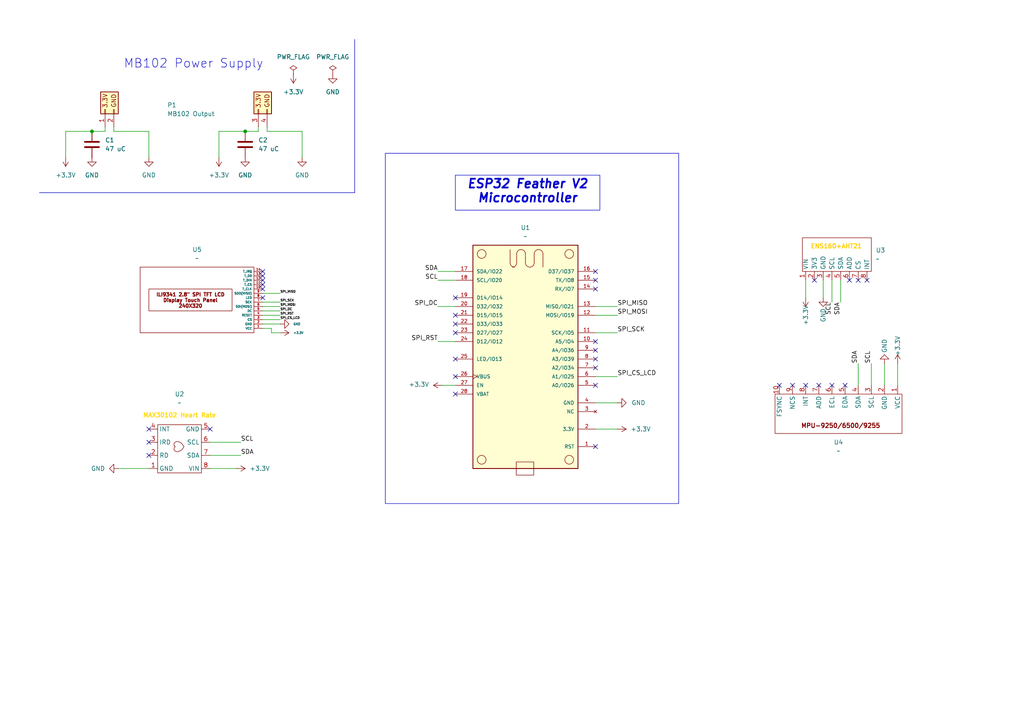
<source format=kicad_sch>
(kicad_sch (version 20250114) (generator "eeschema") (generator_version "9.0")
  (paper "A4")
  (lib_symbols
    (symbol "Connector_Generic:Conn_01x02" (pin_names (offset 1.016) (hide yes))
      (property "Reference" "P1" (at 1.27 15.494 90))
      (property "Value" "MB102 Output" (at -1.27 15.494 90))
      (symbol "Conn_01x02_1_1"
        (rectangle (start -1.27 45.72) (end 5.08 40.64) (stroke (width 0.254)) (fill (type background)))
        (rectangle (start -1.27 44.577) (end 0 44.323) (stroke (width 0.1524)))
        (rectangle (start -1.27 42.037) (end 0 41.783) (stroke (width 0.1524)))
        (rectangle (start -1.27 1.27) (end 5.08 -3.81) (stroke (width 0.254)) (fill (type background)))
        (rectangle (start -1.27 0.127) (end 0 -0.127) (stroke (width 0.1524)))
        (rectangle (start -1.27 -2.413) (end 0 -2.667) (stroke (width 0.1524)))
        (text "GND\n" (at 2.54 44.45 0) (effects (font (size 1.27 1.27))))
        (text "3.3V" (at 2.54 41.91 0) (effects (font (size 1.27 1.27))))
        (text "GND\n" (at 2.54 0 0) (effects (font (size 1.27 1.27))))
        (text "3.3V" (at 2.54 -2.54 0) (effects (font (size 1.27 1.27))))
        (pin power_in line (at -5.08 44.45 0) (length 3.81) (name "GND") (number "4"))
        (pin power_in line (at -5.08 41.91 0) (length 3.81) (name "3.3V") (number "3"))
        (pin power_in line (at -5.08 0 0) (length 3.81) (name "GND") (number "2"))
        (pin power_in line (at -5.08 -2.54 0) (length 3.81) (name "3.3V") (number "1"))
      )
    )
    (symbol "Device:C" (pin_numbers (hide yes)) (pin_names (offset 0.254))
      (property "Reference" "C" (at 0.635 2.54 0))
      (property "Value" "C" (at 0.635 -2.54 0))
      (symbol "C_0_1"
        (polyline (pts (xy -2.032 0.762) (xy 2.032 0.762)) (stroke (width 0.508)))
        (polyline (pts (xy -2.032 -0.762) (xy 2.032 -0.762)) (stroke (width 0.508)))
      )
      (symbol "C_1_1"
        (pin passive line (at 0 3.81 270) (length 2.794) (name "~") (number "1"))
        (pin passive line (at 0 -3.81 90) (length 2.794) (name "~") (number "2"))
      )
    )
    (symbol "ESP32_Feather_V2:ESP32_Feather_V2" (pin_names (offset 1.016))
      (property "Reference" "U" (at -0.762 41.91 0))
      (property "Value" "ESP32_Feather_V2" (at 0.254 32.766 0))
      (symbol "ESP32_Feather_V2_0_1"
        (circle (center -12.7 26.67) (radius 1.27))
        (circle (center -12.7 -33.02) (radius 1.27))
        (polyline (pts (xy -4.4475 24.1275) (xy -4.4475 25.3975)))
        (polyline (pts (xy -4.445 25.4) (xy -4.445 27.94)))
        (arc (start -2.535 24.12) (mid -2.9092 23.2242) (end -3.805 22.85))
        (arc (start -3.1775 22.8575) (mid -4.0748 23.2302) (end -4.4475 24.1275))
        (rectangle (start -2.667 -33.655) (end 2.413 -37.465))
        (polyline (pts (xy -2.5425 24.1275) (xy -2.5425 25.3975)))
        (polyline (pts (xy -2.54 26.67) (xy -2.54 25.4)))
        (arc (start -1.27 27.94) (mid -0.3727 27.5673) (end 0 26.67))
        (arc (start -2.5475 26.6775) (mid -2.1733 27.5733) (end -1.2775 27.9475))
        (polyline (pts (xy -0.0025 24.1275) (xy -0.0025 25.3975)))
        (polyline (pts (xy 0 26.67) (xy 0 25.4)))
        (arc (start 2.545 24.12) (mid 2.1708 23.2242) (end 1.275 22.85))
        (arc (start 1.2675 22.8575) (mid 0.3702 23.2302) (end -0.0025 24.1275))
        (polyline (pts (xy 2.5375 24.1275) (xy 2.5375 25.3975)))
        (polyline (pts (xy 2.54 26.67) (xy 2.54 25.4)))
        (arc (start 3.81 27.94) (mid 4.7073 27.5673) (end 5.08 26.67))
        (arc (start 2.5325 26.6775) (mid 2.9067 27.5733) (end 3.8025 27.9475))
        (polyline (pts (xy 5.08 26.67) (xy 5.08 25.4)))
        (polyline (pts (xy 5.08 25.4) (xy 5.08 22.86)))
        (circle (center 12.7 26.67) (radius 1.27))
        (circle (center 12.7 -33.02) (radius 1.27))
      )
      (symbol "ESP32_Feather_V2_1_0"
        (rectangle (start -15.24 29.21) (end 15.24 -35.56) (stroke (width 0.254)) (fill (type color) (color 255 253 187 0.66)))
        (pin bidirectional line (at -20.32 21.59 0) (length 5.08) (name "SDA/IO22") (number "17"))
        (pin bidirectional line (at -20.32 19.05 0) (length 5.08) (name "SCL/IO20") (number "18"))
        (pin bidirectional line (at -20.32 13.97 0) (length 5.08) (name "D14/IO14") (number "19"))
        (pin bidirectional line (at -20.32 11.43 0) (length 5.08) (name "D32/IO32") (number "20"))
        (pin bidirectional line (at -20.32 8.89 0) (length 5.08) (name "D15/IO15") (number "21"))
        (pin bidirectional line (at -20.32 6.35 0) (length 5.08) (name "D33/IO33") (number "22"))
        (pin bidirectional line (at -20.32 3.81 0) (length 5.08) (name "D27/IO27") (number "23"))
        (pin bidirectional line (at -20.32 1.27 0) (length 5.08) (name "D12/IO12") (number "24"))
        (pin bidirectional line (at -20.32 -3.81 0) (length 5.08) (name "LED/IO13") (number "25"))
        (pin power_in clock (at -20.32 -8.89 0) (length 5.08) (name "VBUS") (number "26"))
        (pin power_in line (at -20.32 -11.43 0) (length 5.08) (name "EN") (number "27"))
        (pin power_in line (at -20.32 -13.97 0) (length 5.08) (name "VBAT") (number "28"))
        (pin bidirectional line (at 20.32 21.59 180) (length 5.08) (name "D37/IO37") (number "16"))
        (pin bidirectional line (at 20.32 19.05 180) (length 5.08) (name "TX/IO8") (number "15"))
        (pin bidirectional line (at 20.32 16.51 180) (length 5.08) (name "RX/IO7") (number "14"))
        (pin bidirectional line (at 20.32 11.43 180) (length 5.08) (name "MISO/IO21") (number "13"))
        (pin bidirectional line (at 20.32 8.89 180) (length 5.08) (name "MOSI/IO19") (number "12"))
        (pin bidirectional line (at 20.32 3.81 180) (length 5.08) (name "SCK/IO5") (number "11"))
        (pin bidirectional line (at 20.32 1.27 180) (length 5.08) (name "A5/IO4") (number "10"))
        (pin bidirectional line (at 20.32 -1.27 180) (length 5.08) (name "A4/IO36") (number "9"))
        (pin bidirectional line (at 20.32 -3.81 180) (length 5.08) (name "A3/IO39") (number "8"))
        (pin bidirectional line (at 20.32 -6.35 180) (length 5.08) (name "A2/IO34") (number "7"))
        (pin bidirectional line (at 20.32 -8.89 180) (length 5.08) (name "A1/IO25") (number "6"))
        (pin bidirectional line (at 20.32 -11.43 180) (length 5.08) (name "A0/IO26") (number "5"))
        (pin power_in line (at 20.32 -16.51 180) (length 5.08) (name "GND") (number "4"))
        (pin no_connect line (at 20.32 -19.05 180) (length 5.08) (name "NC") (number "3"))
        (pin power_in line (at 20.32 -24.13 180) (length 5.08) (name "3.3V") (number "2"))
        (pin power_in line (at 20.32 -29.21 180) (length 5.08) (name "RST") (number "1"))
      )
    )
    (symbol "THG_WristWatch_Symbols:ENS160+AHT21/Environmental_Sensor"
      (property "Reference" "U" (at 0 7.112 0))
      (symbol "ENS160+AHT21/Environmental_Sensor_0_1"
        (rectangle (start -9.8425 4.6831) (end 10.1599 -5.08))
      )
      (symbol "ENS160+AHT21/Environmental_Sensor_1_1"
        (text "ENS160+AHT21" (at 0 2.286 0) (effects (font (size 1.27 1.27) (thickness 0.254) (bold yes))))
        (pin power_in line (at -8.89 -7.62 90) (length 2.54) (name "VIN") (number "1"))
        (pin power_out line (at -6.35 -7.62 90) (length 2.54) (name "3V3") (number "2"))
        (pin power_in line (at -3.81 -7.62 90) (length 2.54) (name "GND") (number "3"))
        (pin input line (at -1.27 -7.62 90) (length 2.54) (name "SCL") (number "4"))
        (pin bidirectional line (at 1.27 -7.62 90) (length 2.54) (name "SDA") (number "5"))
        (pin input line (at 3.81 -7.62 90) (length 2.54) (name "ADD") (number "6"))
        (pin input line (at 6.35 -7.62 90) (length 2.54) (name "CS") (number "7"))
        (pin output line (at 8.89 -7.62 90) (length 2.54) (name "INT") (number "8"))
      )
    )
    (symbol "THG_WristWatch_Symbols:ILI9341_2.8{dblquote}_SPI_TFT_LCD_Display_Touch_Panel_240X320"
      (property "Reference" "U" (at 0 12.446 0))
      (symbol "ILI9341_2.8{dblquote}_SPI_TFT_LCD_Display_Touch_Panel_240X320_0_1"
        (rectangle (start -16.51 10.16) (end 16.51 -8.89))
      )
      (symbol "ILI9341_2.8{dblquote}_SPI_TFT_LCD_Display_Touch_Panel_240X320_1_1"
        (text_box "ILI9341 2.8\" SPI TFT LCD Display Touch Panel 240X320" (at -13.97 3.81 0) (size 24.13 -6.35) (margins 1.016 1.016 1.016 1.016) (effects (font (size 1.016 1.016) (thickness 0.254) (bold yes)) (justify top)))
        (pin output line (at 19.05 8.89 180) (length 2.54) (name "T_IRQ") (number "14"))
        (pin output line (at 19.05 7.62 180) (length 2.54) (name "T_D0") (number "13"))
        (pin output line (at 19.05 6.35 180) (length 2.54) (name "T_DIN") (number "12"))
        (pin input line (at 19.05 5.08 180) (length 2.54) (name "T_CS") (number "11"))
        (pin input line (at 19.05 3.81 180) (length 2.54) (name "T_CLK") (number "10"))
        (pin output line (at 19.05 2.54 180) (length 2.54) (name "SDO(MISO)") (number "9"))
        (pin input line (at 19.05 1.27 180) (length 2.54) (name "LED") (number "8"))
        (pin input line (at 19.05 0 180) (length 2.54) (name "SCK") (number "7"))
        (pin input line (at 19.05 -1.27 180) (length 2.54) (name "SDI(MOSI)") (number "6"))
        (pin output line (at 19.05 -2.54 180) (length 2.54) (name "DC") (number "5"))
        (pin input line (at 19.05 -3.81 180) (length 2.54) (name "RESET") (number "4"))
        (pin input line (at 19.05 -5.08 180) (length 2.54) (name "CS") (number "3"))
        (pin power_in line (at 19.05 -6.35 180) (length 2.54) (name "GND") (number "2"))
        (pin power_in line (at 19.05 -7.62 180) (length 2.54) (name "VCC") (number "1"))
      )
    )
    (symbol "THG_WristWatch_Symbols:MAX30102_Heart_Rate/Pulse_Sensor"
      (property "Reference" "U" (at 0 12.446 0))
      (symbol "MAX30102_Heart_Rate/Pulse_Sensor_0_1"
        (rectangle (start -6.35 6.35) (end 6.35 -7.62))
        (bezier (pts (xy 1.27 0) (xy 0 2.54) (xy -2.54 1.27) (xy -1.27 0)))
        (bezier (pts (xy 1.27 0) (xy 0 -2.54) (xy -2.54 -1.27) (xy -1.27 0)))
      )
      (symbol "MAX30102_Heart_Rate/Pulse_Sensor_1_1"
        (text "MAX30102 Heart Rate" (at 0 9.144 0) (effects (font (size 1.27 1.27) (thickness 0.254) (bold yes))))
        (pin output line (at -8.89 5.08 0) (length 2.54) (name "INT") (number "4"))
        (pin input line (at -8.89 1.27 0) (length 2.54) (name "IRD") (number "3"))
        (pin input line (at -8.89 -2.54 0) (length 2.54) (name "RD") (number "2"))
        (pin power_in line (at -8.89 -6.35 0) (length 2.54) (name "GND") (number "1"))
        (pin power_in line (at 8.89 5.08 180) (length 2.54) (name "GND") (number "5"))
        (pin input line (at 8.89 1.27 180) (length 2.54) (name "SCL") (number "6"))
        (pin bidirectional line (at 8.89 -2.54 180) (length 2.54) (name "SDA") (number "7"))
        (pin power_in line (at 8.89 -6.35 180) (length 2.54) (name "VIN") (number "8"))
      )
    )
    (symbol "THG_WristWatch_Symbols:MPU6500/IMU"
      (property "Reference" "U" (at 0 17.526 0))
      (symbol "MPU6500/IMU_0_1"
        (rectangle (start -19.05 6.35) (end 17.78 -5.08))
      )
      (symbol "MPU6500/IMU_1_1"
        (text "MPU-9250/6500/9255" (at 0 -2.794 0) (effects (font (size 1.27 1.27) (thickness 0.254) (bold yes))))
        (pin input line (at -17.78 8.89 270) (length 2.54) (name "FSYNC") (number "10"))
        (pin input line (at -13.97 8.89 270) (length 2.54) (name "NCS") (number "9"))
        (pin input line (at -10.16 8.89 270) (length 2.54) (name "INT") (number "8"))
        (pin input line (at -6.35 8.89 270) (length 2.54) (name "ADD") (number "7"))
        (pin input line (at -2.54 8.89 270) (length 2.54) (name "ECL") (number "6"))
        (pin input line (at 1.27 8.89 270) (length 2.54) (name "EDA") (number "5"))
        (pin output line (at 5.08 8.89 270) (length 2.54) (name "SDA") (number "4"))
        (pin bidirectional line (at 8.89 8.89 270) (length 2.54) (name "SCL") (number "3"))
        (pin power_in line (at 12.7 8.89 270) (length 2.54) (name "GND") (number "2"))
        (pin power_in line (at 16.51 8.89 270) (length 2.54) (name "VCC") (number "1"))
      )
    )
    (symbol "power:+3.3V" (power) (pin_numbers (hide yes)) (pin_names (offset 0) (hide yes))
      (property "Value" "+3.3V" (at 0 3.556 0))
      (symbol "+3.3V_0_1"
        (polyline (pts (xy -0.762 1.27) (xy 0 2.54)))
        (polyline (pts (xy 0 2.54) (xy 0.762 1.27)))
        (polyline (pts (xy 0 0) (xy 0 2.54)))
      )
      (symbol "+3.3V_1_1"
        (pin power_in line (at 0 0 90) (length 0) (name "~") (number "1"))
      )
    )
    (symbol "power:GND" (power) (pin_numbers (hide yes)) (pin_names (offset 0) (hide yes))
      (property "Value" "GND" (at 0 -3.81 0))
      (symbol "GND_0_1"
        (polyline (pts (xy 0 0) (xy 0 -1.27) (xy 1.27 -1.27) (xy 0 -2.54) (xy -1.27 -1.27) (xy 0 -1.27)))
      )
      (symbol "GND_1_1"
        (pin power_in line (at 0 0 270) (length 0) (name "~") (number "1"))
      )
    )
    (symbol "power:PWR_FLAG" (power) (pin_numbers (hide yes)) (pin_names (offset 0) (hide yes))
      (property "Value" "PWR_FLAG" (at 0 3.81 0))
      (symbol "PWR_FLAG_0_0"
        (pin power_out line (at 0 0 90) (length 0) (name "~") (number "1"))
      )
      (symbol "PWR_FLAG_0_1"
        (polyline (pts (xy 0 0) (xy 0 1.27) (xy -1.016 1.905) (xy 0 2.54) (xy 1.016 1.905) (xy 0 1.27)))
      )
    )
  )
  (rectangle (start 111.76 44.45) (end 196.85 146.05))
  (text "MB102 Power Supply" (at 56.134 18.542 0) (effects (font (size 2.54 2.54))))
  (text_box "ESP32 Feather V2\nMicrocontroller" (at 132.08 50.8 0) (size 41.91 10.16) (margins 0.9525 0.9525 0.9525 0.9525) (effects (font (size 2.54 2.54) (thickness 0.508) (bold yes) (italic yes)) (justify top)))
  (junction (at 71.12 38.1))
  (junction (at 26.67 38.1))
  (no_connect (at 132.08 91.44))
  (no_connect (at 233.68 111.76))
  (no_connect (at 236.22 81.28))
  (no_connect (at 241.3 111.76))
  (no_connect (at 229.87 111.76))
  (no_connect (at 172.72 83.82))
  (no_connect (at 172.72 111.76))
  (no_connect (at 43.18 128.27))
  (no_connect (at 132.08 86.36))
  (no_connect (at 132.08 109.22))
  (no_connect (at 76.2 80.01))
  (no_connect (at 76.2 82.55))
  (no_connect (at 76.2 81.28))
  (no_connect (at 245.11 111.76))
  (no_connect (at 60.96 124.46))
  (no_connect (at 172.72 101.6))
  (no_connect (at 251.46 81.28))
  (no_connect (at 172.72 99.06))
  (no_connect (at 226.06 111.76))
  (no_connect (at 132.08 93.98))
  (no_connect (at 172.72 104.14))
  (no_connect (at 76.2 86.36))
  (no_connect (at 172.72 129.54))
  (no_connect (at 172.72 81.28))
  (no_connect (at 132.08 96.52))
  (no_connect (at 43.18 132.08))
  (no_connect (at 43.18 124.46))
  (no_connect (at 132.08 114.3))
  (no_connect (at 248.92 81.28))
  (no_connect (at 172.72 78.74))
  (no_connect (at 76.2 83.82))
  (no_connect (at 76.2 78.74))
  (no_connect (at 246.38 81.28))
  (no_connect (at 132.08 104.14))
  (no_connect (at 172.72 106.68))
  (no_connect (at 237.49 111.76))
  (wire (pts (xy 241.3 81.28) (xy 241.3 87.63)))
  (wire (pts (xy 172.72 88.9) (xy 179.07 88.9)))
  (wire (pts (xy 26.67 38.1) (xy 30.48 38.1)))
  (wire (pts (xy 30.48 38.1) (xy 30.48 36.83)))
  (wire (pts (xy 76.2 87.63) (xy 81.28 87.63)))
  (wire (pts (xy 76.2 88.9) (xy 81.28 88.9)))
  (wire (pts (xy 172.72 109.22) (xy 179.07 109.22)))
  (wire (pts (xy 74.93 38.1) (xy 74.93 36.83)))
  (wire (pts (xy 132.08 81.28) (xy 127 81.28)))
  (wire (pts (xy 71.12 38.1) (xy 74.93 38.1)))
  (wire (pts (xy 76.2 91.44) (xy 81.28 91.44)))
  (wire (pts (xy 33.02 38.1) (xy 43.18 38.1)))
  (wire (pts (xy 76.2 93.98) (xy 81.28 93.98)))
  (wire (pts (xy 77.47 36.83) (xy 77.47 38.1)))
  (wire (pts (xy 76.2 85.09) (xy 81.28 85.09)))
  (wire (pts (xy 260.35 105.41) (xy 260.35 111.76)))
  (wire (pts (xy 243.84 81.28) (xy 243.84 87.63)))
  (wire (pts (xy 78.74 96.52) (xy 81.28 96.52)))
  (polyline (pts (xy 11.43 55.88) (xy 102.87 55.88)))
  (wire (pts (xy 172.72 96.52) (xy 179.07 96.52)))
  (wire (pts (xy 256.54 105.41) (xy 256.54 111.76)))
  (wire (pts (xy 128.27 111.76) (xy 132.08 111.76)))
  (wire (pts (xy 76.2 90.17) (xy 81.28 90.17)))
  (wire (pts (xy 172.72 91.44) (xy 179.07 91.44)))
  (wire (pts (xy 248.92 105.41) (xy 248.92 111.76)))
  (wire (pts (xy 76.2 92.71) (xy 81.28 92.71)))
  (wire (pts (xy 43.18 38.1) (xy 43.18 45.72)))
  (wire (pts (xy 127 88.9) (xy 132.08 88.9)))
  (wire (pts (xy 233.68 81.28) (xy 233.68 86.36)))
  (wire (pts (xy 238.76 81.28) (xy 238.76 86.36)))
  (wire (pts (xy 60.96 128.27) (xy 69.85 128.27)))
  (wire (pts (xy 87.63 38.1) (xy 87.63 45.72)))
  (wire (pts (xy 60.96 135.89) (xy 68.58 135.89)))
  (wire (pts (xy 78.74 96.52) (xy 78.74 95.25)))
  (wire (pts (xy 78.74 95.25) (xy 76.2 95.25)))
  (polyline (pts (xy 102.87 11.43) (xy 102.87 55.88)))
  (wire (pts (xy 63.5 45.72) (xy 63.5 38.1)))
  (wire (pts (xy 60.96 132.08) (xy 69.85 132.08)))
  (wire (pts (xy 252.73 105.41) (xy 252.73 111.76)))
  (wire (pts (xy 34.29 135.89) (xy 43.18 135.89)))
  (wire (pts (xy 172.72 124.46) (xy 179.07 124.46)))
  (wire (pts (xy 63.5 38.1) (xy 71.12 38.1)))
  (wire (pts (xy 33.02 36.83) (xy 33.02 38.1)))
  (wire (pts (xy 132.08 99.06) (xy 127 99.06)))
  (wire (pts (xy 132.08 78.74) (xy 127 78.74)))
  (wire (pts (xy 172.72 116.84) (xy 179.07 116.84)))
  (wire (pts (xy 19.05 38.1) (xy 26.67 38.1)))
  (wire (pts (xy 77.47 38.1) (xy 87.63 38.1)))
  (wire (pts (xy 19.05 45.72) (xy 19.05 38.1)))
  (label "SPI_MISO" (at 81.28 85.09 0) (effects (font (size 0.635 0.635))))
  (label "SPI_RST" (at 127 99.06 180))
  (label "SCL" (at 127 81.28 180))
  (label "SPI_SCK" (at 81.28 87.63 0) (effects (font (size 0.635 0.635))))
  (label "SCL" (at 241.3 87.63 270))
  (label "SDA" (at 69.85 132.08 0))
  (label "SCL" (at 252.73 105.41 90))
  (label "SPI_SCK" (at 179.07 96.52 0))
  (label "SPI_CS_LCD" (at 179.07 109.22 0))
  (label "SDA" (at 243.84 87.63 270))
  (label "SPI_RST" (at 81.28 91.44 0) (effects (font (size 0.635 0.635))))
  (label "SPI_MOSI" (at 179.07 91.44 0))
  (label "SPI_CS_LCD" (at 81.28 92.71 0) (effects (font (size 0.635 0.635))))
  (label "SCL" (at 69.85 128.27 0))
  (label "SDA" (at 248.92 105.41 90))
  (label "SDA" (at 127 78.74 180))
  (label "SPI_MISO" (at 179.07 88.9 0))
  (label "SPI_MOSI" (at 81.28 88.9 0) (effects (font (size 0.635 0.635))))
  (label "SPI_DC" (at 81.28 90.17 0) (effects (font (size 0.635 0.635))))
  (label "SPI_DC" (at 127 88.9 180))
  (symbol (lib_id "power:GND") (at 96.52 21.59 0) (unit 1)
    (property "Reference" "#PWR020" (effects (hide yes)))
    (property "Value" "GND" (at 96.52 26.67 0))
    (property "Description" "Power symbol creates a global label with name \"GND\" , ground" (effects (hide yes)))
  )
  (symbol (lib_id "power:PWR_FLAG") (at 96.52 21.59 0) (unit 1)
    (property "Reference" "#FLG02" (effects (hide yes)))
    (property "Value" "PWR_FLAG" (at 96.52 16.51 0))
    (property "Description" "Special symbol for telling ERC where power comes from" (effects (hide yes)))
  )
  (symbol (lib_id "power:+3.3V") (at 68.58 135.89 270) (unit 1)
    (property "Reference" "#PWR08" (effects (hide yes)))
    (property "Value" "+3.3V" (at 72.39 135.8899 90) (effects (justify left)))
    (property "Description" "Power symbol creates a global label with name \"+3.3V\"" (effects (hide yes)))
  )
  (symbol (lib_id "ESP32_Feather_V2:ESP32_Feather_V2") (at 152.4 100.33 0) (unit 1)
    (property "Reference" "U1" (at 152.4 66.04 0))
    (property "Value" "~" (at 152.4 68.58 0))
    (property "Footprint" "THG_Wristwatch:ESP32_Feather_V2" (effects (hide yes)))
  )
  (symbol (lib_id "power:+3.3V") (at 85.09 21.59 180) (unit 1)
    (property "Reference" "#PWR019" (effects (hide yes)))
    (property "Value" "+3.3V" (at 85.09 26.67 0))
    (property "Description" "Power symbol creates a global label with name \"+3.3V\"" (effects (hide yes)))
  )
  (symbol (lib_id "power:+3.3V") (at 233.68 86.36 180) (unit 1)
    (property "Reference" "#PWR012" (effects (hide yes)))
    (property "Value" "+3.3V" (at 233.68 91.44 90))
    (property "Description" "Power symbol creates a global label with name \"+3.3V\"" (effects (hide yes)))
  )
  (symbol (lib_id "power:GND") (at 26.67 45.72 0) (unit 1)
    (property "Reference" "#PWR07" (effects (hide yes)))
    (property "Value" "GND" (at 26.67 50.8 0))
    (property "Description" "Power symbol creates a global label with name \"GND\" , ground" (effects (hide yes)))
  )
  (symbol (lib_id "power:+3.3V") (at 19.05 45.72 180) (unit 1)
    (property "Reference" "#PWR01" (effects (hide yes)))
    (property "Value" "+3.3V" (at 19.05 50.8 0))
    (property "Description" "Power symbol creates a global label with name \"+3.3V\"" (effects (hide yes)))
  )
  (symbol (lib_id "power:GND") (at 238.76 86.36 0) (unit 1)
    (property "Reference" "#PWR013" (effects (hide yes)))
    (property "Value" "GND" (at 238.76 91.44 90))
    (property "Description" "Power symbol creates a global label with name \"GND\" , ground" (effects (hide yes)))
  )
  (symbol (lib_id "THG_WristWatch_Symbols:MPU6500/IMU") (at 243.84 120.65 0) (unit 1)
    (property "Reference" "U4" (at 243.205 128.27 0))
    (property "Value" "~" (at 243.205 130.81 0))
    (property "Footprint" "THG_Wristwatch:MPU6500_IMU" (effects (hide yes)))
  )
  (symbol (lib_id "power:+3.3V") (at 128.27 111.76 90) (unit 1)
    (property "Reference" "#PWR05" (effects (hide yes)))
    (property "Value" "+3.3V" (at 124.46 111.506 90) (effects (justify left)))
    (property "Description" "Power symbol creates a global label with name \"+3.3V\"" (effects (hide yes)))
  )
  (symbol (lib_id "power:+3.3V") (at 179.07 124.46 270) (unit 1)
    (property "Reference" "#PWR03" (effects (hide yes)))
    (property "Value" "+3.3V" (at 182.88 124.4599 90) (effects (justify left)))
    (property "Description" "Power symbol creates a global label with name \"+3.3V\"" (effects (hide yes)))
  )
  (symbol (lib_id "power:GND") (at 34.29 135.89 270) (unit 1)
    (property "Reference" "#PWR09" (effects (hide yes)))
    (property "Value" "GND" (at 30.48 135.8899 90) (effects (justify right)))
    (property "Description" "Power symbol creates a global label with name \"GND\" , ground" (effects (hide yes)))
  )
  (symbol (lib_id "Device:C") (at 71.12 41.91 0) (unit 1)
    (property "Reference" "C2" (at 74.93 40.6399 0) (effects (justify left)))
    (property "Value" "47 uC" (at 74.93 43.1799 0) (effects (justify left)))
    (property "Footprint" "Capacitor_THT:CP_Radial_D6.3mm_P2.50mm" (effects (hide yes)))
    (property "Description" "Unpolarized capacitor" (effects (hide yes)))
  )
  (symbol (lib_id "power:GND") (at 179.07 116.84 90) (unit 1)
    (property "Reference" "#PWR04" (effects (hide yes)))
    (property "Value" "GND" (at 183.134 116.84 90) (effects (justify right)))
    (property "Description" "Power symbol creates a global label with name \"GND\" , ground" (effects (hide yes)))
  )
  (symbol (lib_id "power:GND") (at 87.63 45.72 0) (unit 1)
    (property "Reference" "#PWR018" (effects (hide yes)))
    (property "Value" "GND" (at 87.63 50.8 0))
    (property "Description" "Power symbol creates a global label with name \"GND\" , ground" (effects (hide yes)))
  )
  (symbol (lib_id "THG_WristWatch_Symbols:ILI9341_2.8{dblquote}_SPI_TFT_LCD_Display_Touch_Panel_240X320") (at 57.15 87.63 0) (unit 1)
    (property "Reference" "U5" (at 57.15 72.39 0))
    (property "Value" "~" (at 57.15 74.93 0))
    (property "Footprint" "THG_Wristwatch:ILI9341_2.8__SPI_TFT_LCD" (effects (hide yes)))
  )
  (symbol (lib_id "THG_WristWatch_Symbols:MAX30102_Heart_Rate/Pulse_Sensor") (at 52.07 129.54 0) (unit 1)
    (property "Reference" "U2" (at 52.07 114.3 0))
    (property "Value" "~" (at 52.07 116.84 0))
    (property "Footprint" "THG_Wristwatch:MAX30102 Heart Rate_Pulse Sensor" (effects (hide yes)))
  )
  (symbol (lib_id "Connector_Generic:Conn_01x02") (at 33.02 31.75 270) (mirror x) (unit 1)
    (property "Reference" "P1" (at 48.514 30.48 90) (effects (justify left)))
    (property "Value" "MB102 Output" (at 48.514 33.02 90) (effects (justify left)))
    (property "Footprint" "THG_Wristwatch:MB102_Breadboard_Power_Module" (effects (hide yes)))
    (property "Description" "Generic connector, single row, 01x02, script generated (kicad-library-utils/schlib/autogen/connector/)" (effects (hide yes)))
  )
  (symbol (lib_id "power:+3.3V") (at 63.5 45.72 180) (unit 1)
    (property "Reference" "#PWR016" (effects (hide yes)))
    (property "Value" "+3.3V" (at 63.5 50.8 0))
    (property "Description" "Power symbol creates a global label with name \"+3.3V\"" (effects (hide yes)))
  )
  (symbol (lib_id "power:PWR_FLAG") (at 85.09 21.59 0) (unit 1)
    (property "Reference" "#FLG01" (effects (hide yes)))
    (property "Value" "PWR_FLAG" (at 85.09 16.51 0))
    (property "Description" "Special symbol for telling ERC where power comes from" (effects (hide yes)))
  )
  (symbol (lib_id "Device:C") (at 26.67 41.91 0) (unit 1)
    (property "Reference" "C1" (at 30.48 40.6399 0) (effects (justify left)))
    (property "Value" "47 uC" (at 30.48 43.1799 0) (effects (justify left)))
    (property "Footprint" "Capacitor_THT:CP_Radial_D6.3mm_P2.50mm" (effects (hide yes)))
    (property "Description" "Unpolarized capacitor" (effects (hide yes)))
  )
  (symbol (lib_id "THG_WristWatch_Symbols:ENS160+AHT21/Environmental_Sensor") (at 242.57 73.66 0) (unit 1)
    (property "Reference" "U3" (at 254 72.5883 0) (effects (justify left)))
    (property "Value" "~" (at 254 75.1283 0) (effects (justify left)))
    (property "Footprint" "THG_Wristwatch:ENS160+AHT21_Environmental_Sensor" (effects (hide yes)))
  )
  (symbol (lib_id "power:GND") (at 43.18 45.72 0) (unit 1)
    (property "Reference" "#PWR02" (effects (hide yes)))
    (property "Value" "GND" (at 43.18 50.8 0))
    (property "Description" "Power symbol creates a global label with name \"GND\" , ground" (effects (hide yes)))
  )
  (symbol (lib_id "power:GND") (at 256.54 105.41 180) (unit 1)
    (property "Reference" "#PWR011" (effects (hide yes)))
    (property "Value" "GND" (at 256.54 100.33 90))
    (property "Description" "Power symbol creates a global label with name \"GND\" , ground" (effects (hide yes)))
  )
  (symbol (lib_id "power:GND") (at 71.12 45.72 0) (unit 1)
    (property "Reference" "#PWR017" (effects (hide yes)))
    (property "Value" "GND" (at 71.12 50.8 0))
    (property "Description" "Power symbol creates a global label with name \"GND\" , ground" (effects (hide yes)))
  )
  (symbol (lib_id "power:+3.3V") (at 260.35 105.41 0) (unit 1)
    (property "Reference" "#PWR010" (effects (hide yes)))
    (property "Value" "+3.3V" (at 260.35 100.33 90))
    (property "Description" "Power symbol creates a global label with name \"+3.3V\"" (effects (hide yes)))
  )
  (symbol (lib_id "power:GND") (at 81.28 93.98 90) (unit 1)
    (property "Reference" "#PWR015" (effects (hide yes)))
    (property "Value" "GND" (at 85.09 93.98 90) (effects (font (size 0.635 0.635)) (justify right)))
    (property "Description" "Power symbol creates a global label with name \"GND\" , ground" (effects (hide yes)))
  )
  (symbol (lib_id "power:+3.3V") (at 81.28 96.52 270) (unit 1)
    (property "Reference" "#PWR014" (effects (hide yes)))
    (property "Value" "+3.3V" (at 85.09 96.52 90) (effects (font (size 0.635 0.635)) (justify left)))
    (property "Description" "Power symbol creates a global label with name \"+3.3V\"" (effects (hide yes)))
  )
)
</source>
